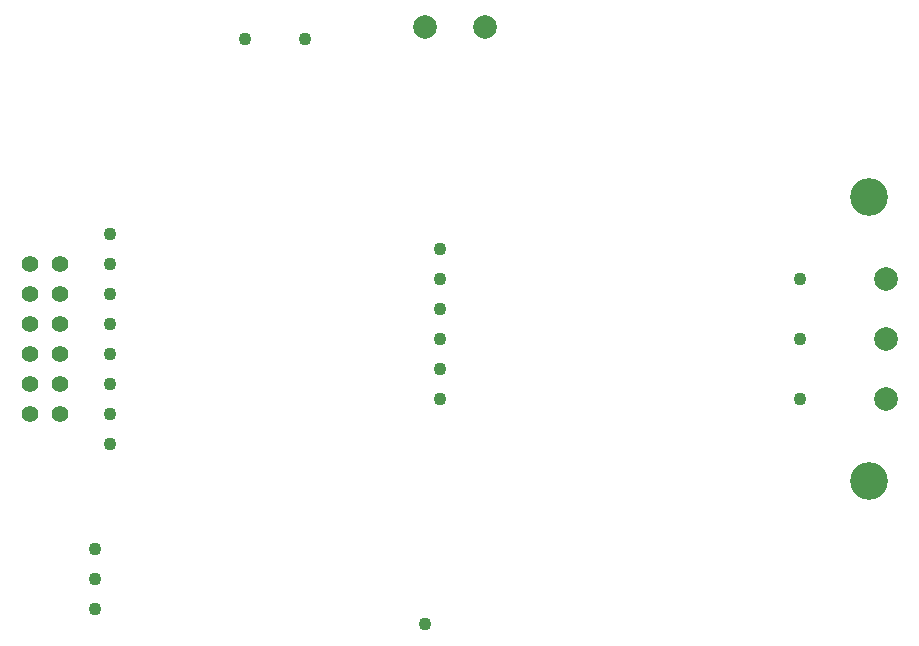
<source format=gbs>
G04 #@! TF.GenerationSoftware,KiCad,Pcbnew,7.0.6*
G04 #@! TF.CreationDate,2023-12-17T20:00:09+09:00*
G04 #@! TF.ProjectId,EB-BLDC,45422d42-4c44-4432-9e6b-696361645f70,V1_0*
G04 #@! TF.SameCoordinates,Original*
G04 #@! TF.FileFunction,Soldermask,Bot*
G04 #@! TF.FilePolarity,Negative*
%FSLAX46Y46*%
G04 Gerber Fmt 4.6, Leading zero omitted, Abs format (unit mm)*
G04 Created by KiCad (PCBNEW 7.0.6) date 2023-12-17 20:00:09*
%MOMM*%
%LPD*%
G01*
G04 APERTURE LIST*
%ADD10C,1.100000*%
%ADD11C,2.000000*%
%ADD12C,1.400000*%
%ADD13C,3.200000*%
G04 APERTURE END LIST*
D10*
X-1270000Y7620000D03*
D11*
X-2540000Y26455000D03*
X2540000Y26455000D03*
D10*
X-1270000Y-5080000D03*
X-29210000Y6350000D03*
X-12700000Y25400000D03*
X-2540000Y-24130000D03*
X-29210000Y-1270000D03*
X-29210000Y1270000D03*
X-30480000Y-17780000D03*
X-29210000Y-3810000D03*
X-17780000Y25400000D03*
X-30480000Y-20320000D03*
X29210000Y5080000D03*
D11*
X36455000Y5080000D03*
X36455000Y0D03*
X36455000Y-5080000D03*
D12*
X-33460000Y6350000D03*
X-36000000Y6350000D03*
X-33460000Y3810000D03*
X-36000000Y3810000D03*
X-33460000Y1270000D03*
X-36000000Y1270000D03*
X-33460000Y-1270000D03*
X-36000000Y-1270000D03*
X-33460000Y-3810000D03*
X-36000000Y-3810000D03*
X-33460000Y-6350000D03*
X-36000000Y-6350000D03*
D13*
X35000000Y12000000D03*
X35000000Y-12000000D03*
D10*
X29210000Y-5080000D03*
X-1270000Y5080000D03*
X-29210000Y3810000D03*
X-29210000Y-6350000D03*
X-29210000Y-8890000D03*
X-1270000Y2540000D03*
X29210000Y0D03*
X-30480000Y-22860000D03*
X-1270000Y0D03*
X-1270000Y-2540000D03*
X-29210000Y8890000D03*
M02*

</source>
